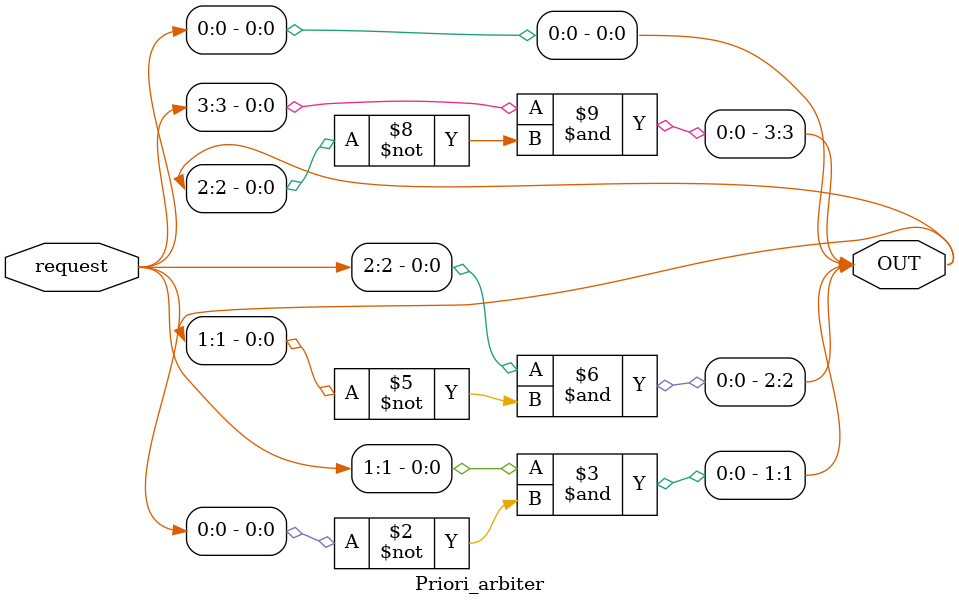
<source format=v>
`timescale 1ns / 1ps

module Priori_arbiter
#(parameter PORTS =4)(
 input [PORTS-1:0]request,
 output [PORTS-1:0]OUT 
    );
    
    assign OUT[0] = request[0];
    
    genvar i;
    for(i=1; i<PORTS; i=i+1)
      begin
        assign OUT[i] = request[i] & ~(|OUT[i-1]);
      end   
      
endmodule

</source>
